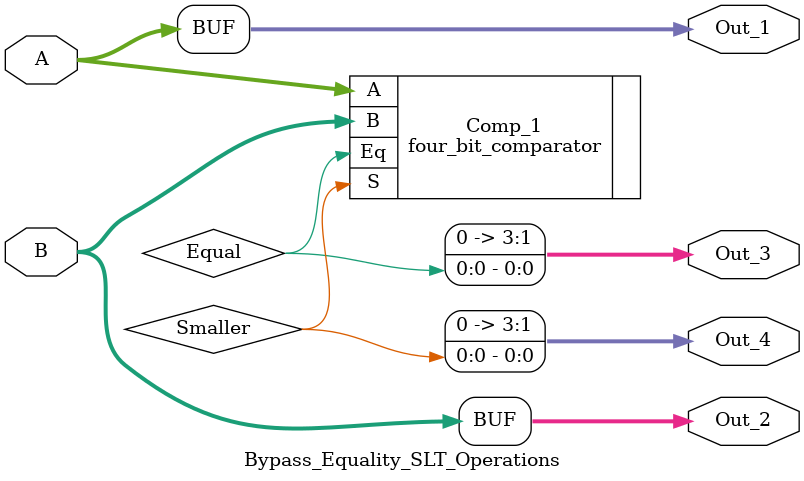
<source format=v>
module Bypass_Equality_SLT_Operations (
  input [3:0] A , B , 
  output [3:0] Out_1 , Out_2 , Out_3 , Out_4  
);

wire Smaller , Equal ;

four_bit_comparator Comp_1 ( .A( A ),
                             .B( B ),
                             .S( Smaller ),
                             .Eq( Equal )
                           ); 
  assign Out_1 =  A ;
  assign Out_2 =  B ;
  assign Out_3 =  { 3'b000 , Equal } ;
  assign Out_4 =  { 3'b000 , Smaller } ;
  
endmodule 

</source>
